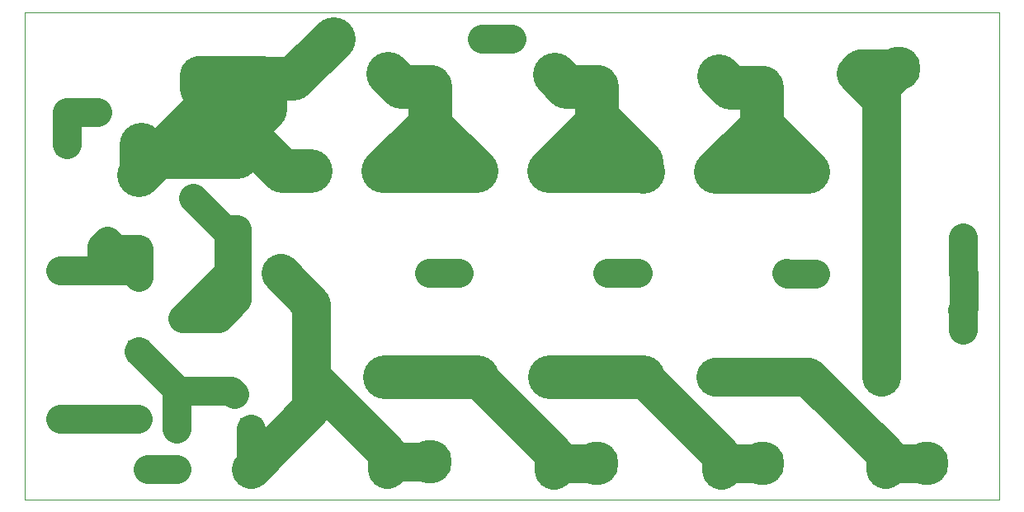
<source format=gbr>
G04 #@! TF.GenerationSoftware,KiCad,Pcbnew,5.1.4-e60b266~84~ubuntu16.04.1*
G04 #@! TF.CreationDate,2019-10-08T23:41:47-05:00*
G04 #@! TF.ProjectId,8cap,38636170-2e6b-4696-9361-645f70636258,rev?*
G04 #@! TF.SameCoordinates,Original*
G04 #@! TF.FileFunction,Copper,L2,Bot*
G04 #@! TF.FilePolarity,Positive*
%FSLAX46Y46*%
G04 Gerber Fmt 4.6, Leading zero omitted, Abs format (unit mm)*
G04 Created by KiCad (PCBNEW 5.1.4-e60b266~84~ubuntu16.04.1) date 2019-10-08 23:41:47*
%MOMM*%
%LPD*%
G04 APERTURE LIST*
G04 #@! TA.AperFunction,NonConductor*
%ADD10C,0.050000*%
G04 #@! TD*
G04 #@! TA.AperFunction,ComponentPad*
%ADD11C,1.998980*%
G04 #@! TD*
G04 #@! TA.AperFunction,ComponentPad*
%ADD12O,2.400000X2.400000*%
G04 #@! TD*
G04 #@! TA.AperFunction,ComponentPad*
%ADD13C,2.400000*%
G04 #@! TD*
G04 #@! TA.AperFunction,ComponentPad*
%ADD14C,4.500880*%
G04 #@! TD*
G04 #@! TA.AperFunction,ComponentPad*
%ADD15O,2.200000X2.200000*%
G04 #@! TD*
G04 #@! TA.AperFunction,ComponentPad*
%ADD16R,2.200000X2.200000*%
G04 #@! TD*
G04 #@! TA.AperFunction,ComponentPad*
%ADD17C,2.000000*%
G04 #@! TD*
G04 #@! TA.AperFunction,ComponentPad*
%ADD18C,1.600000*%
G04 #@! TD*
G04 #@! TA.AperFunction,ComponentPad*
%ADD19R,2.400000X2.400000*%
G04 #@! TD*
G04 #@! TA.AperFunction,ViaPad*
%ADD20C,0.800000*%
G04 #@! TD*
G04 #@! TA.AperFunction,Conductor*
%ADD21C,4.500000*%
G04 #@! TD*
G04 #@! TA.AperFunction,Conductor*
%ADD22C,4.000000*%
G04 #@! TD*
G04 #@! TA.AperFunction,Conductor*
%ADD23C,3.000000*%
G04 #@! TD*
G04 APERTURE END LIST*
D10*
X100000000Y-150000000D02*
X100000000Y-100000000D01*
X200000000Y-150000000D02*
X100000000Y-150000000D01*
X200000000Y-100000000D02*
X200000000Y-150000000D01*
X100000000Y-100000000D02*
X200000000Y-100000000D01*
D11*
G04 #@! TO.P,PROBE,1*
G04 #@! TO.N,PROBE*
X196200000Y-130500000D03*
G04 #@! TD*
G04 #@! TO.P,AC2,1*
G04 #@! TO.N,AC2*
X104340000Y-110250000D03*
G04 #@! TD*
G04 #@! TO.P,AC2,1*
G04 #@! TO.N,AC2*
X107470000Y-110250000D03*
G04 #@! TD*
D12*
G04 #@! TO.P,R7,2*
G04 #@! TO.N,AC1*
X103690000Y-126460000D03*
D13*
G04 #@! TO.P,R7,1*
G04 #@! TO.N,AC0*
X103690000Y-141700000D03*
G04 #@! TD*
D12*
G04 #@! TO.P,R6,2*
G04 #@! TO.N,AC0*
X107900000Y-141740000D03*
D13*
G04 #@! TO.P,R6,1*
G04 #@! TO.N,AC1*
X107900000Y-126500000D03*
G04 #@! TD*
D12*
G04 #@! TO.P,R5,2*
G04 #@! TO.N,Net-(R4-Pad1)*
X141460000Y-126760000D03*
D13*
G04 #@! TO.P,R5,1*
G04 #@! TO.N,V8*
X126220000Y-126760000D03*
G04 #@! TD*
D12*
G04 #@! TO.P,R4,2*
G04 #@! TO.N,Net-(R3-Pad1)*
X159820000Y-126760000D03*
D13*
G04 #@! TO.P,R4,1*
G04 #@! TO.N,Net-(R4-Pad1)*
X144580000Y-126760000D03*
G04 #@! TD*
D12*
G04 #@! TO.P,R3,2*
G04 #@! TO.N,Net-(R2-Pad1)*
X178170000Y-126760000D03*
D13*
G04 #@! TO.P,R3,1*
G04 #@! TO.N,Net-(R3-Pad1)*
X162930000Y-126760000D03*
G04 #@! TD*
D12*
G04 #@! TO.P,R2,2*
G04 #@! TO.N,PROBE*
X196390000Y-126830000D03*
D13*
G04 #@! TO.P,R2,1*
G04 #@! TO.N,Net-(R2-Pad1)*
X181150000Y-126830000D03*
G04 #@! TD*
D12*
G04 #@! TO.P,R1,2*
G04 #@! TO.N,V0*
X131650000Y-102650000D03*
D13*
G04 #@! TO.P,R1,1*
G04 #@! TO.N,PROBE*
X146890000Y-102650000D03*
G04 #@! TD*
D11*
G04 #@! TO.P,AC0,1*
G04 #@! TO.N,AC0*
X111600000Y-141750000D03*
G04 #@! TD*
G04 #@! TO.P,TRIG,1*
G04 #@! TO.N,TRIG*
X120890000Y-125950000D03*
G04 #@! TD*
D14*
G04 #@! TO.P,V8,1*
G04 #@! TO.N,V8*
X141590000Y-146150000D03*
G04 #@! TD*
G04 #@! TO.P,V7,1*
G04 #@! TO.N,V7*
X158690000Y-146250000D03*
G04 #@! TD*
G04 #@! TO.P,V6,1*
G04 #@! TO.N,V6*
X175690000Y-146250000D03*
G04 #@! TD*
G04 #@! TO.P,V5,1*
G04 #@! TO.N,V5*
X192590000Y-146250000D03*
G04 #@! TD*
G04 #@! TO.P,V4,1*
G04 #@! TO.N,V4*
X189700000Y-105700000D03*
G04 #@! TD*
G04 #@! TO.P,V3,1*
G04 #@! TO.N,V3*
X175590000Y-107650000D03*
G04 #@! TD*
G04 #@! TO.P,V2,1*
G04 #@! TO.N,V2*
X158690000Y-107550000D03*
G04 #@! TD*
G04 #@! TO.P,V1,1*
G04 #@! TO.N,V1*
X141590000Y-107550000D03*
G04 #@! TD*
G04 #@! TO.P,V0,1*
G04 #@! TO.N,V0*
X120190000Y-110050000D03*
G04 #@! TD*
D11*
G04 #@! TO.P,V0,1*
G04 #@! TO.N,V0*
X124690000Y-106750000D03*
G04 #@! TD*
G04 #@! TO.P,PROBE,1*
G04 #@! TO.N,PROBE*
X150000000Y-102700000D03*
G04 #@! TD*
G04 #@! TO.P,V8,1*
G04 #@! TO.N,V8*
X137200000Y-146900000D03*
G04 #@! TD*
G04 #@! TO.P,V7,1*
G04 #@! TO.N,V7*
X154300000Y-147000000D03*
G04 #@! TD*
G04 #@! TO.P,V6,1*
G04 #@! TO.N,V6*
X171500000Y-147000000D03*
G04 #@! TD*
G04 #@! TO.P,V5,1*
G04 #@! TO.N,V5*
X188300000Y-146900000D03*
G04 #@! TD*
G04 #@! TO.P,V4,1*
G04 #@! TO.N,V4*
X185250000Y-106250000D03*
G04 #@! TD*
G04 #@! TO.P,V3,1*
G04 #@! TO.N,V3*
X171190000Y-106450000D03*
G04 #@! TD*
G04 #@! TO.P,V2,1*
G04 #@! TO.N,V2*
X154390000Y-106350000D03*
G04 #@! TD*
G04 #@! TO.P,V1,1*
G04 #@! TO.N,V1*
X137290000Y-106250000D03*
G04 #@! TD*
G04 #@! TO.P,V0,1*
G04 #@! TO.N,V0*
X124690000Y-109850000D03*
G04 #@! TD*
G04 #@! TO.P,PROBE,1*
G04 #@! TO.N,PROBE*
X196300000Y-123100000D03*
G04 #@! TD*
G04 #@! TO.P,AC2,1*
G04 #@! TO.N,AC2*
X112590000Y-146850000D03*
G04 #@! TD*
G04 #@! TO.P,AC1,1*
G04 #@! TO.N,AC1*
X108500000Y-123400000D03*
G04 #@! TD*
D15*
G04 #@! TO.P,D5,2*
G04 #@! TO.N,Net-(C10-Pad1)*
X115590000Y-142750000D03*
D16*
G04 #@! TO.P,D5,1*
G04 #@! TO.N,V8*
X123210000Y-142750000D03*
G04 #@! TD*
D15*
G04 #@! TO.P,D4,2*
G04 #@! TO.N,AC2*
X115570000Y-146850000D03*
D16*
G04 #@! TO.P,D4,1*
G04 #@! TO.N,V8*
X123190000Y-146850000D03*
G04 #@! TD*
D15*
G04 #@! TO.P,D3,2*
G04 #@! TO.N,AC1*
X111690000Y-127130000D03*
D16*
G04 #@! TO.P,D3,1*
G04 #@! TO.N,Net-(C10-Pad1)*
X111690000Y-134750000D03*
G04 #@! TD*
D15*
G04 #@! TO.P,D2,2*
G04 #@! TO.N,V0*
X111910000Y-113550000D03*
D16*
G04 #@! TO.P,D2,1*
G04 #@! TO.N,AC2*
X104290000Y-113550000D03*
G04 #@! TD*
D15*
G04 #@! TO.P,D1,2*
G04 #@! TO.N,V0*
X111690000Y-116630000D03*
D16*
G04 #@! TO.P,D1,1*
G04 #@! TO.N,AC1*
X111690000Y-124250000D03*
G04 #@! TD*
D17*
G04 #@! TO.P,C12,2*
G04 #@! TO.N,TRIG*
X121790000Y-129450000D03*
G04 #@! TO.P,C12,1*
G04 #@! TO.N,Net-(C10-Pad1)*
X121790000Y-139450000D03*
G04 #@! TD*
G04 #@! TO.P,C11,2*
G04 #@! TO.N,V0*
X121790000Y-114750000D03*
G04 #@! TO.P,C11,1*
G04 #@! TO.N,TRIG*
X121790000Y-122250000D03*
G04 #@! TD*
G04 #@! TO.P,C10,2*
G04 #@! TO.N,TRIG*
X116190000Y-131350000D03*
G04 #@! TO.P,C10,1*
G04 #@! TO.N,Net-(C10-Pad1)*
X116190000Y-138850000D03*
G04 #@! TD*
D18*
G04 #@! TO.P,C9,2*
G04 #@! TO.N,V0*
X117290000Y-114050000D03*
G04 #@! TO.P,C9,1*
G04 #@! TO.N,TRIG*
X117290000Y-119050000D03*
G04 #@! TD*
D13*
G04 #@! TO.P,C8,2*
G04 #@! TO.N,V7*
X136890000Y-137350000D03*
D19*
G04 #@! TO.P,C8,1*
G04 #@! TO.N,V8*
X129390000Y-137350000D03*
G04 #@! TD*
D13*
G04 #@! TO.P,C7,2*
G04 #@! TO.N,V6*
X153890000Y-137350000D03*
D19*
G04 #@! TO.P,C7,1*
G04 #@! TO.N,V7*
X146390000Y-137350000D03*
G04 #@! TD*
D13*
G04 #@! TO.P,C6,2*
G04 #@! TO.N,V5*
X170890000Y-137350000D03*
D19*
G04 #@! TO.P,C6,1*
G04 #@! TO.N,V6*
X163390000Y-137350000D03*
G04 #@! TD*
D13*
G04 #@! TO.P,C5,2*
G04 #@! TO.N,V4*
X187890000Y-137350000D03*
D19*
G04 #@! TO.P,C5,1*
G04 #@! TO.N,V5*
X180390000Y-137350000D03*
G04 #@! TD*
D13*
G04 #@! TO.P,C4,2*
G04 #@! TO.N,V3*
X180390000Y-116350000D03*
D19*
G04 #@! TO.P,C4,1*
G04 #@! TO.N,V4*
X187890000Y-116350000D03*
G04 #@! TD*
D13*
G04 #@! TO.P,C3,2*
G04 #@! TO.N,V2*
X163390000Y-116350000D03*
D19*
G04 #@! TO.P,C3,1*
G04 #@! TO.N,V3*
X170890000Y-116350000D03*
G04 #@! TD*
D13*
G04 #@! TO.P,C2,2*
G04 #@! TO.N,V1*
X146290000Y-116250000D03*
D19*
G04 #@! TO.P,C2,1*
G04 #@! TO.N,V2*
X153790000Y-116250000D03*
G04 #@! TD*
D13*
G04 #@! TO.P,C1,2*
G04 #@! TO.N,V0*
X129290000Y-116250000D03*
D19*
G04 #@! TO.P,C1,1*
G04 #@! TO.N,V1*
X136790000Y-116250000D03*
G04 #@! TD*
D20*
G04 #@! TO.N,V0*
X117900000Y-106400000D03*
G04 #@! TO.N,PROBE*
X196300000Y-132600000D03*
G04 #@! TD*
D21*
G04 #@! TO.N,V0*
X126390000Y-116250000D02*
X120190000Y-110050000D01*
X129290000Y-116250000D02*
X126390000Y-116250000D01*
X121790000Y-112750000D02*
X124690000Y-109850000D01*
X121790000Y-114750000D02*
X121790000Y-112750000D01*
X124690000Y-109850000D02*
X124690000Y-106750000D01*
X127550000Y-106750000D02*
X131650000Y-102650000D01*
X124690000Y-106750000D02*
X127550000Y-106750000D01*
X113110000Y-114750000D02*
X111910000Y-113550000D01*
X121790000Y-114750000D02*
X113110000Y-114750000D01*
X118270000Y-110050000D02*
X111690000Y-116630000D01*
X120190000Y-110050000D02*
X118270000Y-110050000D01*
D22*
X117900000Y-107760000D02*
X120190000Y-110050000D01*
X117900000Y-106400000D02*
X117900000Y-107760000D01*
X111690000Y-113770000D02*
X111910000Y-113550000D01*
X111690000Y-116630000D02*
X111690000Y-113770000D01*
X124340000Y-106400000D02*
X124690000Y-106750000D01*
X117900000Y-106400000D02*
X124340000Y-106400000D01*
X123490000Y-106750000D02*
X120190000Y-110050000D01*
X124690000Y-106750000D02*
X123490000Y-106750000D01*
X117290000Y-112950000D02*
X120190000Y-110050000D01*
X117290000Y-114050000D02*
X117290000Y-112950000D01*
D21*
G04 #@! TO.N,V1*
X136790000Y-116250000D02*
X146290000Y-116250000D01*
X141590000Y-111550000D02*
X146290000Y-116250000D01*
X141590000Y-107550000D02*
X141590000Y-111550000D01*
X141590000Y-111450000D02*
X136790000Y-116250000D01*
X141590000Y-107550000D02*
X141590000Y-111450000D01*
X138590000Y-107550000D02*
X137290000Y-106250000D01*
X141590000Y-107550000D02*
X138590000Y-107550000D01*
G04 #@! TO.N,V2*
X163290000Y-116250000D02*
X163390000Y-116350000D01*
X153790000Y-116250000D02*
X163290000Y-116250000D01*
X163290000Y-115332602D02*
X163290000Y-116250000D01*
X158690000Y-110732602D02*
X163290000Y-115332602D01*
X158690000Y-107550000D02*
X158690000Y-110732602D01*
X158690000Y-111350000D02*
X153790000Y-116250000D01*
X158690000Y-107550000D02*
X158690000Y-111350000D01*
X158690000Y-107550000D02*
X155590000Y-107550000D01*
X155590000Y-107550000D02*
X154390000Y-106350000D01*
G04 #@! TO.N,V3*
X175590000Y-111650000D02*
X170890000Y-116350000D01*
X175590000Y-107650000D02*
X175590000Y-111650000D01*
X170890000Y-116350000D02*
X180390000Y-116350000D01*
X175590000Y-111550000D02*
X180390000Y-116350000D01*
X175590000Y-107650000D02*
X175590000Y-111550000D01*
X172390000Y-107650000D02*
X171190000Y-106450000D01*
X175590000Y-107650000D02*
X172390000Y-107650000D01*
D22*
G04 #@! TO.N,V4*
X187890000Y-116350000D02*
X187890000Y-137350000D01*
X187890000Y-108890000D02*
X185250000Y-106250000D01*
X187890000Y-116350000D02*
X187890000Y-108890000D01*
X185800000Y-105700000D02*
X185250000Y-106250000D01*
X189700000Y-105700000D02*
X185800000Y-105700000D01*
X187890000Y-107510000D02*
X189700000Y-105700000D01*
X187890000Y-116350000D02*
X187890000Y-107510000D01*
G04 #@! TO.N,V5*
X170890000Y-137350000D02*
X180390000Y-137350000D01*
X188300000Y-145260000D02*
X180390000Y-137350000D01*
X188300000Y-146900000D02*
X188300000Y-145260000D01*
X188950000Y-146250000D02*
X188300000Y-146900000D01*
X192590000Y-146250000D02*
X188950000Y-146250000D01*
D21*
G04 #@! TO.N,V6*
X153890000Y-137350000D02*
X163390000Y-137350000D01*
D22*
X171500000Y-145460000D02*
X163390000Y-137350000D01*
X171500000Y-147000000D02*
X171500000Y-145460000D01*
X172250000Y-146250000D02*
X171500000Y-147000000D01*
X175690000Y-146250000D02*
X172250000Y-146250000D01*
D21*
G04 #@! TO.N,V7*
X136890000Y-137350000D02*
X146390000Y-137350000D01*
D22*
X154300000Y-145260000D02*
X146390000Y-137350000D01*
X154300000Y-147000000D02*
X154300000Y-145260000D01*
X155050000Y-146250000D02*
X154300000Y-147000000D01*
X158690000Y-146250000D02*
X155050000Y-146250000D01*
G04 #@! TO.N,V8*
X129390000Y-137350000D02*
X129390000Y-139550000D01*
X129390000Y-140650000D02*
X123190000Y-146850000D01*
X129390000Y-137350000D02*
X129390000Y-140650000D01*
X129390000Y-129930000D02*
X126220000Y-126760000D01*
X129390000Y-137350000D02*
X129390000Y-129930000D01*
X137200000Y-145160000D02*
X129390000Y-137350000D01*
X137200000Y-146900000D02*
X137200000Y-145160000D01*
X137950000Y-146150000D02*
X137200000Y-146900000D01*
X141590000Y-146150000D02*
X137950000Y-146150000D01*
D23*
X123190000Y-142770000D02*
X123210000Y-142750000D01*
X123190000Y-146850000D02*
X123190000Y-142770000D01*
G04 #@! TO.N,TRIG*
X120490000Y-122250000D02*
X117290000Y-119050000D01*
X121790000Y-122250000D02*
X120490000Y-122250000D01*
X119890000Y-131350000D02*
X121790000Y-129450000D01*
X116190000Y-131350000D02*
X119890000Y-131350000D01*
X120890000Y-128550000D02*
X121790000Y-129450000D01*
X120890000Y-125950000D02*
X120890000Y-128550000D01*
X120890000Y-123150000D02*
X121790000Y-122250000D01*
X120890000Y-125950000D02*
X120890000Y-123150000D01*
X121790000Y-129450000D02*
X121790000Y-122250000D01*
X121790000Y-125750000D02*
X116190000Y-131350000D01*
X121790000Y-122250000D02*
X121790000Y-125750000D01*
G04 #@! TO.N,Net-(C10-Pad1)*
X121190000Y-138850000D02*
X121533698Y-139193698D01*
X116190000Y-138850000D02*
X121190000Y-138850000D01*
X115590000Y-139450000D02*
X116190000Y-138850000D01*
X115590000Y-142750000D02*
X115590000Y-139450000D01*
X115790000Y-138850000D02*
X111690000Y-134750000D01*
X116190000Y-138850000D02*
X115790000Y-138850000D01*
G04 #@! TO.N,AC1*
X107860000Y-126460000D02*
X107900000Y-126500000D01*
X103690000Y-126460000D02*
X107860000Y-126460000D01*
X107900000Y-124000000D02*
X108500000Y-123400000D01*
X107900000Y-126500000D02*
X107900000Y-124000000D01*
X111690000Y-127130000D02*
X111690000Y-124250000D01*
X109350000Y-124250000D02*
X108500000Y-123400000D01*
X111690000Y-124250000D02*
X109350000Y-124250000D01*
X111060000Y-126500000D02*
X111690000Y-127130000D01*
X107900000Y-126500000D02*
X111060000Y-126500000D01*
G04 #@! TO.N,AC2*
X115570000Y-146850000D02*
X112590000Y-146850000D01*
X104290000Y-110300000D02*
X104340000Y-110250000D01*
X104290000Y-113550000D02*
X104290000Y-110300000D01*
X104340000Y-110250000D02*
X107470000Y-110250000D01*
G04 #@! TO.N,PROBE*
X196300000Y-126740000D02*
X196390000Y-126830000D01*
X196300000Y-123100000D02*
X196300000Y-126740000D01*
X196390000Y-130310000D02*
X196200000Y-130500000D01*
X196390000Y-126830000D02*
X196390000Y-130310000D01*
X196300000Y-130600000D02*
X196200000Y-130500000D01*
X196300000Y-132600000D02*
X196300000Y-130600000D01*
X149950000Y-102650000D02*
X150000000Y-102700000D01*
X146890000Y-102650000D02*
X149950000Y-102650000D01*
G04 #@! TO.N,AC0*
X107960000Y-141700000D02*
X108000000Y-141740000D01*
X103690000Y-141700000D02*
X107960000Y-141700000D01*
X107910000Y-141750000D02*
X107900000Y-141740000D01*
X111600000Y-141750000D02*
X107910000Y-141750000D01*
G04 #@! TO.N,Net-(R2-Pad1)*
X178240000Y-126830000D02*
X178170000Y-126760000D01*
X181150000Y-126830000D02*
X178240000Y-126830000D01*
G04 #@! TO.N,Net-(R3-Pad1)*
X162930000Y-126760000D02*
X159820000Y-126760000D01*
G04 #@! TO.N,Net-(R4-Pad1)*
X144580000Y-126760000D02*
X141460000Y-126760000D01*
G04 #@! TD*
M02*

</source>
